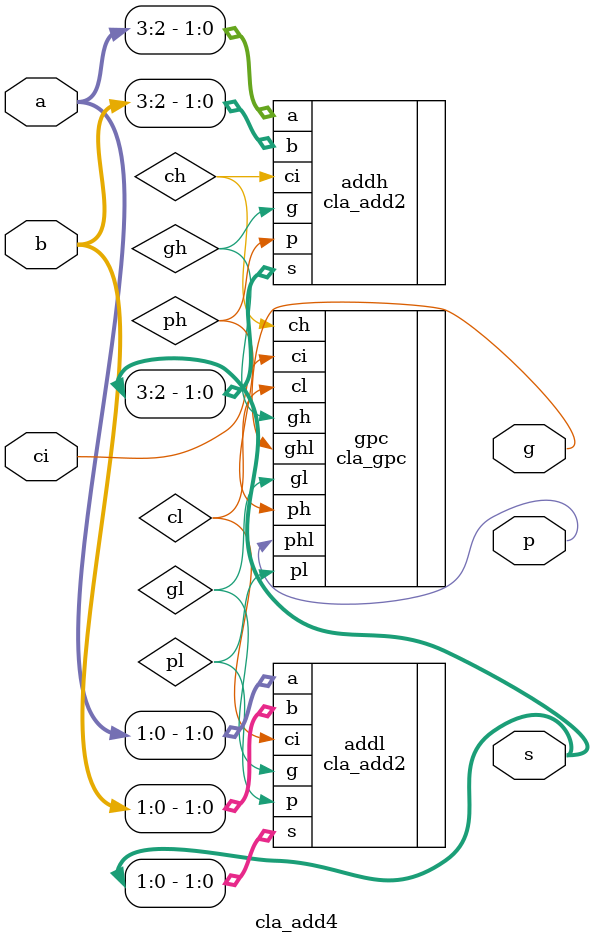
<source format=v>


module cla_add4 (
    input       [3:0] a,
    input       [3:0] b,
    input             ci,

    output            g,
    output            p,
    output      [3:0] s
);

wire ch, cl;
wire gh, gl;
wire ph, pl;

cla_add2 addh (
    .a(a[3:2]), // in
    .b(b[3:2]), // in
    .ci(ch),    // in
    .g(gh),     // out
    .p(ph),     // out
    .s(s[3:2])  // out
);

cla_add2 addl (
    .a(a[1:0]), // in
    .b(b[1:0]), // in
    .ci(cl),    // in
    .g(gl),     // out
    .p(pl),     // out
    .s(s[1:0])  // out
);

cla_gpc gpc (
    .gh(gh),    // in
    .ph(ph),    // in
    .gl(gl),    // in
    .pl(pl),    // in
    .ci(ci),    // in
    .ghl(g),    // out
    .phl(p),    // out
    .ch(ch),    // out
    .cl(cl)     // out
);

endmodule

</source>
